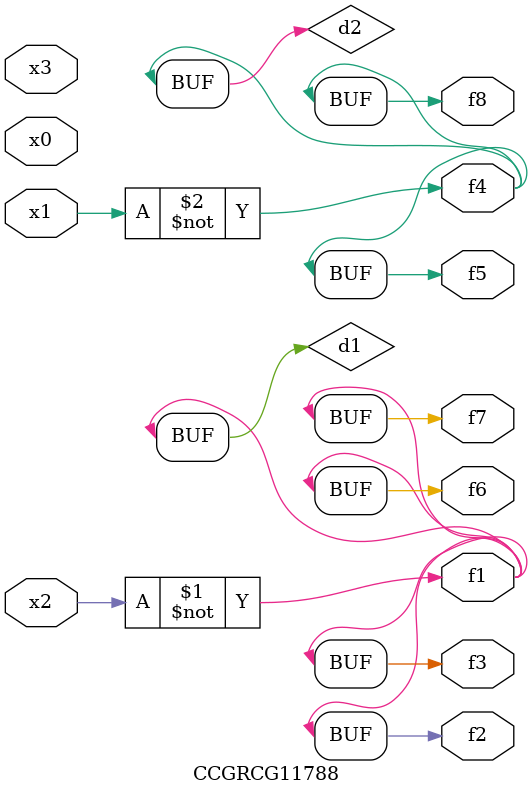
<source format=v>
module CCGRCG11788(
	input x0, x1, x2, x3,
	output f1, f2, f3, f4, f5, f6, f7, f8
);

	wire d1, d2;

	xnor (d1, x2);
	not (d2, x1);
	assign f1 = d1;
	assign f2 = d1;
	assign f3 = d1;
	assign f4 = d2;
	assign f5 = d2;
	assign f6 = d1;
	assign f7 = d1;
	assign f8 = d2;
endmodule

</source>
